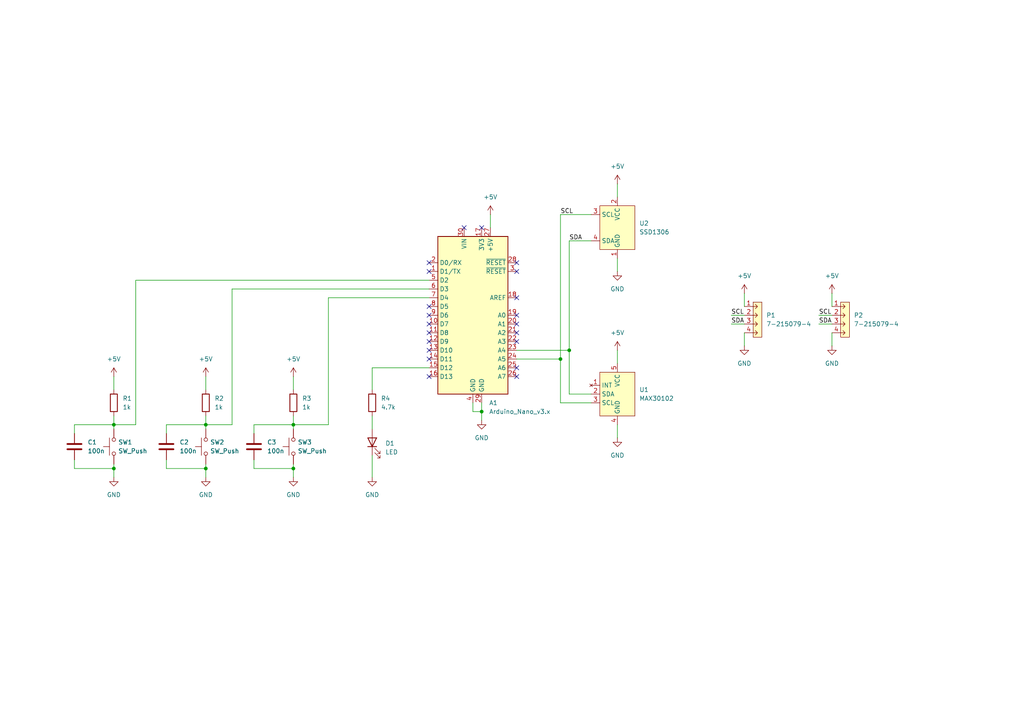
<source format=kicad_sch>
(kicad_sch (version 20250114) (generator "eeschema") (generator_version "9.0")
  (paper "A4")
  (title_block (title "Esquemático usado en tutorial ") (date "2025-06-30") (rev "Canal del tutorial = HTM Workshop"))
  (lib_symbols
    (symbol "Connectors_TE:CONN_RCPT_4POS_0.1_TIN_PCB" (pin_names (hide yes))
      (property "Reference" "P" (at 2.286 -2.54 0))
      (property "Value" "7-215079-4" (at 7.874 -4.318 0))
      (symbol "CONN_RCPT_4POS_0.1_TIN_PCB_0_1"
        (polyline (pts (xy -1.27 3.81) (xy 0 3.81) (xy -0.635 4.445) (xy 0 3.81) (xy -0.635 3.175)))
        (polyline (pts (xy -1.27 1.27) (xy 0 1.27) (xy -0.635 1.905) (xy 0 1.27) (xy -0.635 0.635)))
        (polyline (pts (xy -1.27 -1.27) (xy 0 -1.27) (xy -0.635 -0.635) (xy 0 -1.27) (xy -0.635 -1.905)))
        (polyline (pts (xy -1.27 -3.81) (xy 0 -3.81) (xy -0.635 -3.175) (xy 0 -3.81) (xy -0.635 -4.445)))
      )
      (symbol "CONN_RCPT_4POS_0.1_TIN_PCB_1_1"
        (polyline (pts (xy -1.27 5.08) (xy 1.27 5.08) (xy 1.27 -5.08) (xy -1.27 -5.08) (xy -1.27 5.08)) (fill (type background)))
        (pin passive line (at -3.81 3.81 0) (length 2.54) (name "") (number "1"))
        (pin passive line (at -3.81 1.27 0) (length 2.54) (name "") (number "2"))
        (pin passive line (at -3.81 -1.27 0) (length 2.54) (name "") (number "3"))
        (pin passive line (at -3.81 -3.81 0) (length 2.54) (name "") (number "4"))
      )
    )
    (symbol "Device:C" (pin_numbers (hide yes)) (pin_names (offset 0.254))
      (property "Reference" "C" (at 0.635 2.54 0))
      (property "Value" "C" (at 0.635 -2.54 0))
      (symbol "C_0_1"
        (polyline (pts (xy -2.032 0.762) (xy 2.032 0.762)) (stroke (width 0.508)))
        (polyline (pts (xy -2.032 -0.762) (xy 2.032 -0.762)) (stroke (width 0.508)))
      )
      (symbol "C_1_1"
        (pin passive line (at 0 3.81 270) (length 2.794) (name "~") (number "1"))
        (pin passive line (at 0 -3.81 90) (length 2.794) (name "~") (number "2"))
      )
    )
    (symbol "Device:LED" (pin_numbers (hide yes)) (pin_names (offset 1.016) (hide yes))
      (property "Reference" "D" (at 0 2.54 0))
      (property "Value" "LED" (at 0 -2.54 0))
      (symbol "LED_0_1"
        (polyline (pts (xy -3.048 -0.762) (xy -4.572 -2.286) (xy -3.81 -2.286) (xy -4.572 -2.286) (xy -4.572 -1.524)))
        (polyline (pts (xy -1.778 -0.762) (xy -3.302 -2.286) (xy -2.54 -2.286) (xy -3.302 -2.286) (xy -3.302 -1.524)))
        (polyline (pts (xy -1.27 0) (xy 1.27 0)))
        (polyline (pts (xy -1.27 -1.27) (xy -1.27 1.27)) (stroke (width 0.254)))
        (polyline (pts (xy 1.27 -1.27) (xy 1.27 1.27) (xy -1.27 0) (xy 1.27 -1.27)) (stroke (width 0.254)))
      )
      (symbol "LED_1_1"
        (pin passive line (at -3.81 0 0) (length 2.54) (name "K") (number "1"))
        (pin passive line (at 3.81 0 180) (length 2.54) (name "A") (number "2"))
      )
    )
    (symbol "Device:R" (pin_numbers (hide yes)) (pin_names (offset 0))
      (property "Reference" "R" (at 2.032 0 90))
      (property "Value" "R" (at 0 0 90))
      (symbol "R_0_1"
        (rectangle (start -1.016 -2.54) (end 1.016 2.54) (stroke (width 0.254)))
      )
      (symbol "R_1_1"
        (pin passive line (at 0 3.81 270) (length 1.27) (name "~") (number "1"))
        (pin passive line (at 0 -3.81 90) (length 1.27) (name "~") (number "2"))
      )
    )
    (symbol "MCU_Module:Arduino_Nano_v3.x"
      (property "Reference" "A" (at -10.16 23.495 0))
      (property "Value" "Arduino_Nano_v3.x" (at 5.08 -24.13 0))
      (symbol "Arduino_Nano_v3.x_0_1"
        (rectangle (start -10.16 22.86) (end 10.16 -22.86) (stroke (width 0.254)) (fill (type background)))
      )
      (symbol "Arduino_Nano_v3.x_1_1"
        (pin bidirectional line (at -12.7 15.24 0) (length 2.54) (name "D0/RX") (number "2"))
        (pin bidirectional line (at -12.7 12.7 0) (length 2.54) (name "D1/TX") (number "1"))
        (pin bidirectional line (at -12.7 10.16 0) (length 2.54) (name "D2") (number "5"))
        (pin bidirectional line (at -12.7 7.62 0) (length 2.54) (name "D3") (number "6"))
        (pin bidirectional line (at -12.7 5.08 0) (length 2.54) (name "D4") (number "7"))
        (pin bidirectional line (at -12.7 2.54 0) (length 2.54) (name "D5") (number "8"))
        (pin bidirectional line (at -12.7 0 0) (length 2.54) (name "D6") (number "9"))
        (pin bidirectional line (at -12.7 -2.54 0) (length 2.54) (name "D7") (number "10"))
        (pin bidirectional line (at -12.7 -5.08 0) (length 2.54) (name "D8") (number "11"))
        (pin bidirectional line (at -12.7 -7.62 0) (length 2.54) (name "D9") (number "12"))
        (pin bidirectional line (at -12.7 -10.16 0) (length 2.54) (name "D10") (number "13"))
        (pin bidirectional line (at -12.7 -12.7 0) (length 2.54) (name "D11") (number "14"))
        (pin bidirectional line (at -12.7 -15.24 0) (length 2.54) (name "D12") (number "15"))
        (pin bidirectional line (at -12.7 -17.78 0) (length 2.54) (name "D13") (number "16"))
        (pin power_in line (at -2.54 25.4 270) (length 2.54) (name "VIN") (number "30"))
        (pin power_in line (at 0 -25.4 90) (length 2.54) (name "GND") (number "4"))
        (pin power_out line (at 2.54 25.4 270) (length 2.54) (name "3V3") (number "17"))
        (pin power_in line (at 2.54 -25.4 90) (length 2.54) (name "GND") (number "29"))
        (pin power_out line (at 5.08 25.4 270) (length 2.54) (name "+5V") (number "27"))
        (pin input line (at 12.7 15.24 180) (length 2.54) (name "~{RESET}") (number "28"))
        (pin input line (at 12.7 12.7 180) (length 2.54) (name "~{RESET}") (number "3"))
        (pin input line (at 12.7 5.08 180) (length 2.54) (name "AREF") (number "18"))
        (pin bidirectional line (at 12.7 0 180) (length 2.54) (name "A0") (number "19"))
        (pin bidirectional line (at 12.7 -2.54 180) (length 2.54) (name "A1") (number "20"))
        (pin bidirectional line (at 12.7 -5.08 180) (length 2.54) (name "A2") (number "21"))
        (pin bidirectional line (at 12.7 -7.62 180) (length 2.54) (name "A3") (number "22"))
        (pin bidirectional line (at 12.7 -10.16 180) (length 2.54) (name "A4") (number "23"))
        (pin bidirectional line (at 12.7 -12.7 180) (length 2.54) (name "A5") (number "24"))
        (pin bidirectional line (at 12.7 -15.24 180) (length 2.54) (name "A6") (number "25"))
        (pin bidirectional line (at 12.7 -17.78 180) (length 2.54) (name "A7") (number "26"))
      )
    )
    (symbol "Switch:SW_Push" (pin_numbers (hide yes)) (pin_names (offset 1.016) (hide yes))
      (property "Reference" "SW" (at 1.27 2.54 0))
      (property "Value" "SW_Push" (at 0 -1.524 0))
      (symbol "SW_Push_0_1"
        (circle (center -2.032 0) (radius 0.508))
        (polyline (pts (xy 0 1.27) (xy 0 3.048)))
        (circle (center 2.032 0) (radius 0.508))
        (polyline (pts (xy 2.54 1.27) (xy -2.54 1.27)))
        (pin passive line (at -5.08 0 0) (length 2.54) (name "1") (number "1"))
        (pin passive line (at 5.08 0 180) (length 2.54) (name "2") (number "2"))
      )
    )
    (symbol "power:+5V" (power) (pin_numbers (hide yes)) (pin_names (offset 0) (hide yes))
      (property "Value" "+5V" (at 0 3.556 0))
      (symbol "+5V_0_1"
        (polyline (pts (xy -0.762 1.27) (xy 0 2.54)))
        (polyline (pts (xy 0 2.54) (xy 0.762 1.27)))
        (polyline (pts (xy 0 0) (xy 0 2.54)))
      )
      (symbol "+5V_1_1"
        (pin power_in line (at 0 0 90) (length 0) (name "~") (number "1"))
      )
    )
    (symbol "power:GND" (power) (pin_numbers (hide yes)) (pin_names (offset 0) (hide yes))
      (property "Value" "GND" (at 0 -3.81 0))
      (symbol "GND_0_1"
        (polyline (pts (xy 0 0) (xy 0 -1.27) (xy 1.27 -1.27) (xy 0 -2.54) (xy -1.27 -1.27) (xy 0 -1.27)))
      )
      (symbol "GND_1_1"
        (pin power_in line (at 0 0 270) (length 0) (name "~") (number "1"))
      )
    )
    (symbol "spo2_stuff:MAX30102_Module"
      (property "Reference" "U" (at 6.096 -2.54 0))
      (property "Value" "MAX30102" (at 10.16 -5.588 0))
      (symbol "MAX30102_Module_1_1"
        (rectangle (start -5.08 6.35) (end 5.08 -6.35) (fill (type background)))
        (pin no_connect line (at -7.62 2.54 0) (length 2.54) (name "INT") (number "1"))
        (pin bidirectional line (at -7.62 0 0) (length 2.54) (name "SDA") (number "2"))
        (pin input line (at -7.62 -2.54 0) (length 2.54) (name "SCL") (number "3"))
        (pin power_in line (at 0 8.89 270) (length 2.54) (name "VCC") (number "5"))
        (pin power_in line (at 0 -8.89 90) (length 2.54) (name "GND") (number "4"))
      )
    )
    (symbol "spo2_stuff:SSD1306"
      (property "Reference" "U" (at 0 0 0))
      (property "Value" "SSD1306" (at 9.652 -5.08 0))
      (symbol "SSD1306_1_1"
        (rectangle (start -5.08 6.35) (end 5.08 -6.35) (fill (type background)))
        (pin input line (at -7.62 3.81 0) (length 2.54) (name "SCL") (number "3"))
        (pin bidirectional line (at -7.62 -3.81 0) (length 2.54) (name "SDA") (number "4"))
        (pin power_in line (at 0 8.89 270) (length 2.54) (name "VCC") (number "2"))
        (pin power_in line (at 0 -8.89 90) (length 2.54) (name "GND") (number "1"))
      )
    )
  )
  (junction (at 85.09 123.19))
  (junction (at 33.02 123.19))
  (junction (at 139.7 119.38))
  (junction (at 165.1 101.6))
  (junction (at 85.09 135.89))
  (junction (at 59.69 135.89))
  (junction (at 162.56 104.14))
  (junction (at 59.69 123.19))
  (junction (at 33.02 135.89))
  (no_connect (at 124.46 93.98))
  (no_connect (at 124.46 88.9))
  (no_connect (at 149.86 86.36))
  (no_connect (at 149.86 93.98))
  (no_connect (at 149.86 109.22))
  (no_connect (at 124.46 96.52))
  (no_connect (at 139.7 66.04))
  (no_connect (at 124.46 104.14))
  (no_connect (at 149.86 106.68))
  (no_connect (at 124.46 101.6))
  (no_connect (at 124.46 76.2))
  (no_connect (at 124.46 78.74))
  (no_connect (at 149.86 78.74))
  (no_connect (at 149.86 99.06))
  (no_connect (at 149.86 76.2))
  (no_connect (at 134.62 66.04))
  (no_connect (at 149.86 91.44))
  (no_connect (at 124.46 109.22))
  (no_connect (at 124.46 99.06))
  (no_connect (at 124.46 91.44))
  (no_connect (at 149.86 96.52))
  (wire (pts (xy 48.26 135.89) (xy 59.69 135.89)))
  (wire (pts (xy 137.16 119.38) (xy 139.7 119.38)))
  (wire (pts (xy 162.56 116.84) (xy 171.45 116.84)))
  (wire (pts (xy 85.09 134.62) (xy 85.09 135.89)))
  (wire (pts (xy 215.9 96.52) (xy 215.9 100.33)))
  (wire (pts (xy 142.24 62.23) (xy 142.24 66.04)))
  (wire (pts (xy 237.49 93.98) (xy 241.3 93.98)))
  (wire (pts (xy 85.09 123.19) (xy 95.25 123.19)))
  (wire (pts (xy 59.69 135.89) (xy 59.69 138.43)))
  (wire (pts (xy 171.45 62.23) (xy 162.56 62.23)))
  (wire (pts (xy 85.09 109.22) (xy 85.09 113.03)))
  (wire (pts (xy 21.59 135.89) (xy 33.02 135.89)))
  (wire (pts (xy 48.26 123.19) (xy 59.69 123.19)))
  (wire (pts (xy 39.37 81.28) (xy 124.46 81.28)))
  (wire (pts (xy 165.1 101.6) (xy 149.86 101.6)))
  (wire (pts (xy 39.37 123.19) (xy 39.37 81.28)))
  (wire (pts (xy 137.16 116.84) (xy 137.16 119.38)))
  (wire (pts (xy 48.26 133.35) (xy 48.26 135.89)))
  (wire (pts (xy 21.59 123.19) (xy 33.02 123.19)))
  (wire (pts (xy 48.26 125.73) (xy 48.26 123.19)))
  (wire (pts (xy 165.1 114.3) (xy 165.1 101.6)))
  (wire (pts (xy 241.3 96.52) (xy 241.3 100.33)))
  (wire (pts (xy 139.7 119.38) (xy 139.7 121.92)))
  (wire (pts (xy 59.69 134.62) (xy 59.69 135.89)))
  (wire (pts (xy 59.69 109.22) (xy 59.69 113.03)))
  (wire (pts (xy 33.02 135.89) (xy 33.02 138.43)))
  (wire (pts (xy 73.66 133.35) (xy 73.66 135.89)))
  (wire (pts (xy 179.07 53.34) (xy 179.07 57.15)))
  (wire (pts (xy 33.02 120.65) (xy 33.02 123.19)))
  (wire (pts (xy 95.25 86.36) (xy 124.46 86.36)))
  (wire (pts (xy 67.31 123.19) (xy 67.31 83.82)))
  (wire (pts (xy 85.09 123.19) (xy 85.09 124.46)))
  (wire (pts (xy 179.07 123.19) (xy 179.07 127)))
  (wire (pts (xy 85.09 135.89) (xy 85.09 138.43)))
  (wire (pts (xy 59.69 123.19) (xy 67.31 123.19)))
  (wire (pts (xy 33.02 123.19) (xy 39.37 123.19)))
  (wire (pts (xy 73.66 135.89) (xy 85.09 135.89)))
  (wire (pts (xy 241.3 85.09) (xy 241.3 88.9)))
  (wire (pts (xy 73.66 125.73) (xy 73.66 123.19)))
  (wire (pts (xy 107.95 113.03) (xy 107.95 106.68)))
  (wire (pts (xy 21.59 125.73) (xy 21.59 123.19)))
  (wire (pts (xy 85.09 120.65) (xy 85.09 123.19)))
  (wire (pts (xy 165.1 69.85) (xy 171.45 69.85)))
  (wire (pts (xy 179.07 101.6) (xy 179.07 105.41)))
  (wire (pts (xy 59.69 123.19) (xy 59.69 124.46)))
  (wire (pts (xy 33.02 109.22) (xy 33.02 113.03)))
  (wire (pts (xy 179.07 74.93) (xy 179.07 78.74)))
  (wire (pts (xy 237.49 91.44) (xy 241.3 91.44)))
  (wire (pts (xy 33.02 134.62) (xy 33.02 135.89)))
  (wire (pts (xy 107.95 132.08) (xy 107.95 138.43)))
  (wire (pts (xy 67.31 83.82) (xy 124.46 83.82)))
  (wire (pts (xy 107.95 106.68) (xy 124.46 106.68)))
  (wire (pts (xy 212.09 91.44) (xy 215.9 91.44)))
  (wire (pts (xy 212.09 93.98) (xy 215.9 93.98)))
  (wire (pts (xy 139.7 116.84) (xy 139.7 119.38)))
  (wire (pts (xy 107.95 120.65) (xy 107.95 124.46)))
  (wire (pts (xy 162.56 104.14) (xy 162.56 116.84)))
  (wire (pts (xy 162.56 62.23) (xy 162.56 104.14)))
  (wire (pts (xy 95.25 123.19) (xy 95.25 86.36)))
  (wire (pts (xy 21.59 133.35) (xy 21.59 135.89)))
  (wire (pts (xy 33.02 123.19) (xy 33.02 124.46)))
  (wire (pts (xy 149.86 104.14) (xy 162.56 104.14)))
  (wire (pts (xy 171.45 114.3) (xy 165.1 114.3)))
  (wire (pts (xy 215.9 85.09) (xy 215.9 88.9)))
  (wire (pts (xy 73.66 123.19) (xy 85.09 123.19)))
  (wire (pts (xy 59.69 120.65) (xy 59.69 123.19)))
  (wire (pts (xy 165.1 101.6) (xy 165.1 69.85)))
  (label "SDA" (at 237.49 93.98 0))
  (label "SCL" (at 212.09 91.44 0))
  (label "SCL" (at 237.49 91.44 0))
  (label "SCL" (at 162.56 62.23 0))
  (label "SDA" (at 165.1 69.85 0))
  (label "SDA" (at 212.09 93.98 0))
  (symbol (lib_id "MCU_Module:Arduino_Nano_v3.x") (at 137.16 91.44 0) (unit 1)
    (property "Reference" "A1" (at 141.8433 116.84 0) (effects (justify left)))
    (property "Value" "Arduino_Nano_v3.x" (at 141.8433 119.38 0) (effects (justify left)))
    (property "Footprint" "Module:Arduino_Nano" (effects (hide yes)))
    (property "Datasheet" "http://www.mouser.com/pdfdocs/Gravitech_Arduino_Nano3_0.pdf" (effects (hide yes)))
    (property "Description" "Arduino Nano v3.x" (effects (hide yes)))
  )
  (symbol (lib_id "spo2_stuff:SSD1306") (at 179.07 66.04 0) (unit 1)
    (property "Reference" "U2" (at 185.42 64.7699 0) (effects (justify left)))
    (property "Value" "SSD1306" (at 185.42 67.3099 0) (effects (justify left)))
    (property "Footprint" "spo2_stuff:SSD1306" (effects (hide yes)))
  )
  (symbol (lib_id "Switch:SW_Push") (at 59.69 129.54 90) (unit 1)
    (property "Reference" "SW2" (at 60.96 128.2699 90) (effects (justify right)))
    (property "Value" "SW_Push" (at 60.96 130.81 90) (effects (justify right)))
    (property "Footprint" "Button_Switch_THT:SW_PUSH_6mm" (effects (hide yes)))
    (property "Description" "Push button switch, generic, two pins" (effects (hide yes)))
  )
  (symbol (lib_id "power:GND") (at 107.95 138.43 0) (unit 1)
    (property "Reference" "#PWR09" (effects (hide yes)))
    (property "Value" "GND" (at 107.95 143.51 0))
    (property "Description" "Power symbol creates a global label with name \"GND\" , ground" (effects (hide yes)))
  )
  (symbol (lib_id "Device:R") (at 59.69 116.84 0) (unit 1)
    (property "Reference" "R2" (at 62.23 115.5699 0) (effects (justify left)))
    (property "Value" "1k" (at 62.23 118.1099 0) (effects (justify left)))
    (property "Footprint" "Resistor_THT:R_Axial_DIN0204_L3.6mm_D1.6mm_P5.08mm_Horizontal" (effects (hide yes)))
    (property "Description" "Resistor" (effects (hide yes)))
  )
  (symbol (lib_id "Switch:SW_Push") (at 33.02 129.54 90) (unit 1)
    (property "Reference" "SW1" (at 34.29 128.2699 90) (effects (justify right)))
    (property "Value" "SW_Push" (at 34.29 130.8099 90) (effects (justify right)))
    (property "Footprint" "Button_Switch_THT:SW_PUSH_6mm" (effects (hide yes)))
    (property "Description" "Push button switch, generic, two pins" (effects (hide yes)))
  )
  (symbol (lib_id "spo2_stuff:MAX30102_Module") (at 179.07 114.3 0) (unit 1)
    (property "Reference" "U1" (at 185.42 113.0299 0) (effects (justify left)))
    (property "Value" "MAX30102" (at 185.42 115.5699 0) (effects (justify left)))
    (property "Footprint" "spo2_stuff:MAX30102_Module" (effects (hide yes)))
  )
  (symbol (lib_id "power:GND") (at 241.3 100.33 0) (unit 1)
    (property "Reference" "#PWR017" (effects (hide yes)))
    (property "Value" "GND" (at 241.3 105.41 0))
    (property "Description" "Power symbol creates a global label with name \"GND\" , ground" (effects (hide yes)))
  )
  (symbol (lib_id "Device:R") (at 85.09 116.84 0) (unit 1)
    (property "Reference" "R3" (at 87.63 115.5699 0) (effects (justify left)))
    (property "Value" "1k" (at 87.63 118.1099 0) (effects (justify left)))
    (property "Footprint" "Resistor_THT:R_Axial_DIN0204_L3.6mm_D1.6mm_P5.08mm_Horizontal" (effects (hide yes)))
    (property "Description" "Resistor" (effects (hide yes)))
  )
  (symbol (lib_id "power:+5V") (at 241.3 85.09 0) (unit 1)
    (property "Reference" "#PWR015" (effects (hide yes)))
    (property "Value" "+5V" (at 241.3 80.01 0))
    (property "Description" "Power symbol creates a global label with name \"+5V\"" (effects (hide yes)))
  )
  (symbol (lib_id "power:GND") (at 215.9 100.33 0) (unit 1)
    (property "Reference" "#PWR016" (effects (hide yes)))
    (property "Value" "GND" (at 215.9 105.41 0))
    (property "Description" "Power symbol creates a global label with name \"GND\" , ground" (effects (hide yes)))
  )
  (symbol (lib_id "power:GND") (at 85.09 138.43 0) (unit 1)
    (property "Reference" "#PWR08" (effects (hide yes)))
    (property "Value" "GND" (at 85.09 143.51 0))
    (property "Description" "Power symbol creates a global label with name \"GND\" , ground" (effects (hide yes)))
  )
  (symbol (lib_id "power:GND") (at 139.7 121.92 0) (unit 1)
    (property "Reference" "#PWR02" (effects (hide yes)))
    (property "Value" "GND" (at 139.7 127 0))
    (property "Description" "Power symbol creates a global label with name \"GND\" , ground" (effects (hide yes)))
  )
  (symbol (lib_id "power:+5V") (at 142.24 62.23 0) (unit 1)
    (property "Reference" "#PWR01" (effects (hide yes)))
    (property "Value" "+5V" (at 142.24 57.15 0))
    (property "Description" "Power symbol creates a global label with name \"+5V\"" (effects (hide yes)))
  )
  (symbol (lib_id "Device:R") (at 33.02 116.84 0) (unit 1)
    (property "Reference" "R1" (at 35.56 115.5699 0) (effects (justify left)))
    (property "Value" "1k" (at 35.56 118.1099 0) (effects (justify left)))
    (property "Footprint" "Resistor_THT:R_Axial_DIN0204_L3.6mm_D1.6mm_P5.08mm_Horizontal" (effects (hide yes)))
    (property "Description" "Resistor" (effects (hide yes)))
  )
  (symbol (lib_id "power:GND") (at 179.07 78.74 0) (unit 1)
    (property "Reference" "#PWR010" (effects (hide yes)))
    (property "Value" "GND" (at 179.07 83.82 0))
    (property "Description" "Power symbol creates a global label with name \"GND\" , ground" (effects (hide yes)))
  )
  (symbol (lib_id "power:+5V") (at 85.09 109.22 0) (unit 1)
    (property "Reference" "#PWR07" (effects (hide yes)))
    (property "Value" "+5V" (at 85.09 104.14 0))
    (property "Description" "Power symbol creates a global label with name \"+5V\"" (effects (hide yes)))
  )
  (symbol (lib_id "Device:R") (at 107.95 116.84 0) (unit 1)
    (property "Reference" "R4" (at 110.49 115.5699 0) (effects (justify left)))
    (property "Value" "4.7k" (at 110.49 118.1099 0) (effects (justify left)))
    (property "Footprint" "Resistor_THT:R_Axial_DIN0204_L3.6mm_D1.6mm_P5.08mm_Horizontal" (effects (hide yes)))
    (property "Description" "Resistor" (effects (hide yes)))
  )
  (symbol (lib_id "power:GND") (at 179.07 127 0) (unit 1)
    (property "Reference" "#PWR011" (effects (hide yes)))
    (property "Value" "GND" (at 179.07 132.08 0))
    (property "Description" "Power symbol creates a global label with name \"GND\" , ground" (effects (hide yes)))
  )
  (symbol (lib_id "Connectors_TE:CONN_RCPT_4POS_0.1_TIN_PCB") (at 245.11 92.71 0) (unit 1)
    (property "Reference" "P2" (at 247.65 91.4399 0) (effects (justify left)))
    (property "Value" "7-215079-4" (at 247.65 93.9799 0) (effects (justify left)))
    (property "Footprint" "Connector_TE-Connectivity:TE_Micro-MaTch_215079-4_2x02_P1.27mm_Vertical" (effects (hide yes)))
  )
  (symbol (lib_id "power:+5V") (at 179.07 53.34 0) (unit 1)
    (property "Reference" "#PWR013" (effects (hide yes)))
    (property "Value" "+5V" (at 179.07 48.26 0))
    (property "Description" "Power symbol creates a global label with name \"+5V\"" (effects (hide yes)))
  )
  (symbol (lib_id "Device:C") (at 73.66 129.54 0) (unit 1)
    (property "Reference" "C3" (at 77.47 128.2699 0) (effects (justify left)))
    (property "Value" "100n" (at 77.47 130.8099 0) (effects (justify left)))
    (property "Footprint" "Capacitor_THT:C_Disc_D10.0mm_W2.5mm_P5.00mm" (effects (hide yes)))
    (property "Description" "Unpolarized capacitor" (effects (hide yes)))
  )
  (symbol (lib_id "power:+5V") (at 33.02 109.22 0) (unit 1)
    (property "Reference" "#PWR03" (effects (hide yes)))
    (property "Value" "+5V" (at 33.02 104.14 0))
    (property "Description" "Power symbol creates a global label with name \"+5V\"" (effects (hide yes)))
  )
  (symbol (lib_id "Device:LED") (at 107.95 128.27 90) (unit 1)
    (property "Reference" "D1" (at 111.76 128.5874 90) (effects (justify right)))
    (property "Value" "LED" (at 111.76 131.1274 90) (effects (justify right)))
    (property "Footprint" "LED_THT:LED_D3.0mm" (effects (hide yes)))
    (property "Description" "Light emitting diode" (effects (hide yes)))
    (property "Sim.Pins" "1=K 2=A" (effects (hide yes)))
  )
  (symbol (lib_id "power:+5V") (at 59.69 109.22 0) (unit 1)
    (property "Reference" "#PWR05" (effects (hide yes)))
    (property "Value" "+5V" (at 59.69 104.14 0))
    (property "Description" "Power symbol creates a global label with name \"+5V\"" (effects (hide yes)))
  )
  (symbol (lib_id "Switch:SW_Push") (at 85.09 129.54 90) (unit 1)
    (property "Reference" "SW3" (at 86.36 128.2699 90) (effects (justify right)))
    (property "Value" "SW_Push" (at 86.36 130.8099 90) (effects (justify right)))
    (property "Footprint" "Button_Switch_THT:SW_PUSH_6mm" (effects (hide yes)))
    (property "Description" "Push button switch, generic, two pins" (effects (hide yes)))
  )
  (symbol (lib_id "Connectors_TE:CONN_RCPT_4POS_0.1_TIN_PCB") (at 219.71 92.71 0) (unit 1)
    (property "Reference" "P1" (at 222.25 91.4399 0) (effects (justify left)))
    (property "Value" "7-215079-4" (at 222.25 93.9799 0) (effects (justify left)))
    (property "Footprint" "Connector_TE-Connectivity:TE_Micro-MaTch_215079-4_2x02_P1.27mm_Vertical" (effects (hide yes)))
  )
  (symbol (lib_id "power:+5V") (at 215.9 85.09 0) (unit 1)
    (property "Reference" "#PWR014" (effects (hide yes)))
    (property "Value" "+5V" (at 215.9 80.01 0))
    (property "Description" "Power symbol creates a global label with name \"+5V\"" (effects (hide yes)))
  )
  (symbol (lib_id "power:+5V") (at 179.07 101.6 0) (unit 1)
    (property "Reference" "#PWR012" (effects (hide yes)))
    (property "Value" "+5V" (at 179.07 96.52 0))
    (property "Description" "Power symbol creates a global label with name \"+5V\"" (effects (hide yes)))
  )
  (symbol (lib_id "power:GND") (at 59.69 138.43 0) (unit 1)
    (property "Reference" "#PWR06" (effects (hide yes)))
    (property "Value" "GND" (at 59.69 143.51 0))
    (property "Description" "Power symbol creates a global label with name \"GND\" , ground" (effects (hide yes)))
  )
  (symbol (lib_id "Device:C") (at 48.26 129.54 0) (unit 1)
    (property "Reference" "C2" (at 52.07 128.2699 0) (effects (justify left)))
    (property "Value" "100n" (at 52.07 130.8099 0) (effects (justify left)))
    (property "Footprint" "Capacitor_THT:C_Disc_D10.0mm_W2.5mm_P5.00mm" (effects (hide yes)))
    (property "Description" "Unpolarized capacitor" (effects (hide yes)))
  )
  (symbol (lib_id "Device:C") (at 21.59 129.54 0) (unit 1)
    (property "Reference" "C1" (at 25.4 128.2699 0) (effects (justify left)))
    (property "Value" "100n" (at 25.4 130.8099 0) (effects (justify left)))
    (property "Footprint" "Capacitor_THT:C_Disc_D4.7mm_W2.5mm_P5.00mm" (effects (hide yes)))
    (property "Description" "Unpolarized capacitor" (effects (hide yes)))
  )
  (symbol (lib_id "power:GND") (at 33.02 138.43 0) (unit 1)
    (property "Reference" "#PWR04" (effects (hide yes)))
    (property "Value" "GND" (at 33.02 143.51 0))
    (property "Description" "Power symbol creates a global label with name \"GND\" , ground" (effects (hide yes)))
  )
)
</source>
